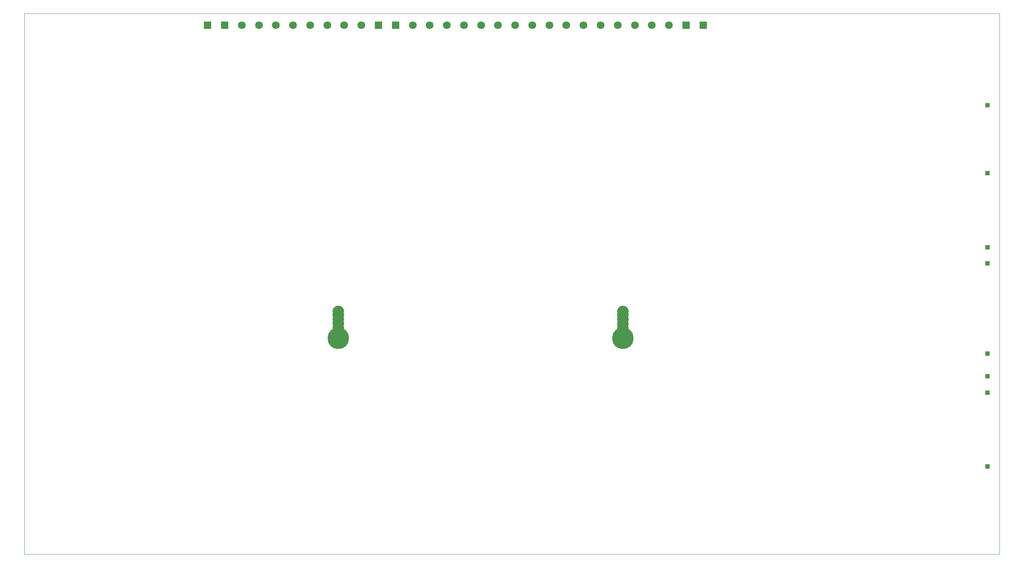
<source format=gbr>
%TF.GenerationSoftware,KiCad,Pcbnew,7.0.7*%
%TF.CreationDate,2023-10-28T12:22:14-07:00*%
%TF.ProjectId,MF50,4d463530-2e6b-4696-9361-645f70636258,rev?*%
%TF.SameCoordinates,Original*%
%TF.FileFunction,Soldermask,Top*%
%TF.FilePolarity,Negative*%
%FSLAX46Y46*%
G04 Gerber Fmt 4.6, Leading zero omitted, Abs format (unit mm)*
G04 Created by KiCad (PCBNEW 7.0.7) date 2023-10-28 12:22:14*
%MOMM*%
%LPD*%
G01*
G04 APERTURE LIST*
%ADD10R,1.000000X1.000000*%
%ADD11C,2.700000*%
%ADD12C,5.000000*%
%ADD13R,1.800000X1.800000*%
%ADD14C,1.800000*%
%TA.AperFunction,Profile*%
%ADD15C,0.100000*%
%TD*%
G04 APERTURE END LIST*
D10*
%TO.C,TP8*%
X399970000Y-72220000D03*
%TD*%
%TO.C,TP5*%
X399970000Y-108850000D03*
%TD*%
D11*
%TO.C,H4*%
X249500000Y-120085000D03*
X249500000Y-120835000D03*
X249500000Y-121835000D03*
X249500000Y-122835000D03*
X249500000Y-123835000D03*
D12*
X249500000Y-126235000D03*
%TD*%
D11*
%TO.C,H3*%
X315480000Y-120085000D03*
X315480000Y-120835000D03*
X315480000Y-121835000D03*
X315480000Y-122835000D03*
X315480000Y-123835000D03*
D12*
X315480000Y-126235000D03*
%TD*%
D10*
%TO.C,TP6*%
X399970000Y-105140000D03*
%TD*%
%TO.C,TP7*%
X399970000Y-87920000D03*
%TD*%
%TO.C,TP1*%
X399970000Y-155940000D03*
%TD*%
%TO.C,TP2*%
X399970000Y-138840000D03*
%TD*%
%TO.C,TP4*%
X399970000Y-129780000D03*
%TD*%
D13*
%TO.C,J1*%
X219210000Y-53695000D03*
X223170000Y-53695000D03*
D14*
X227130000Y-53695000D03*
X231090000Y-53695000D03*
X235050000Y-53695000D03*
X239010000Y-53695000D03*
X242970000Y-53695000D03*
X246930000Y-53695000D03*
X250890000Y-53695000D03*
X254850000Y-53695000D03*
D13*
X258810000Y-53695000D03*
X262770000Y-53695000D03*
D14*
X266730000Y-53695000D03*
X270690000Y-53695000D03*
X274650000Y-53695000D03*
X278610000Y-53695000D03*
X282570000Y-53695000D03*
X286530000Y-53695000D03*
X290490000Y-53695000D03*
X294450000Y-53665000D03*
X298410000Y-53665000D03*
X302370000Y-53665000D03*
X306330000Y-53665000D03*
X310290000Y-53665000D03*
X314250000Y-53665000D03*
X318210000Y-53665000D03*
X322170000Y-53665000D03*
X326130000Y-53665000D03*
D13*
X330090000Y-53665000D03*
X334050000Y-53665000D03*
%TD*%
D10*
%TO.C,TP3*%
X399970000Y-135010000D03*
%TD*%
D15*
X402740000Y-50980000D02*
X176800000Y-50980000D01*
X176800000Y-176300000D02*
X402740000Y-176300000D01*
X176800000Y-176300000D02*
X176800000Y-50980000D01*
X402740000Y-176300000D02*
X402740000Y-50980000D01*
M02*

</source>
